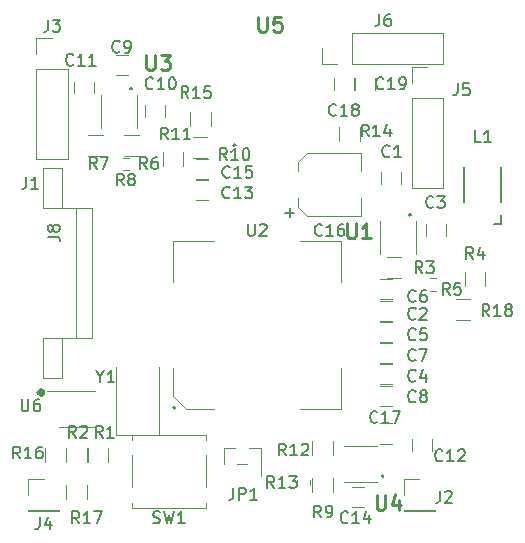
<source format=gto>
G04 #@! TF.GenerationSoftware,KiCad,Pcbnew,(5.1.4)-1*
G04 #@! TF.CreationDate,2019-08-25T20:49:14+02:00*
G04 #@! TF.ProjectId,ToF_camera_VGA,546f465f-6361-46d6-9572-615f5647412e,rev?*
G04 #@! TF.SameCoordinates,Original*
G04 #@! TF.FileFunction,Legend,Top*
G04 #@! TF.FilePolarity,Positive*
%FSLAX46Y46*%
G04 Gerber Fmt 4.6, Leading zero omitted, Abs format (unit mm)*
G04 Created by KiCad (PCBNEW (5.1.4)-1) date 2019-08-25 20:49:14*
%MOMM*%
%LPD*%
G04 APERTURE LIST*
%ADD10C,0.120000*%
%ADD11C,0.400000*%
%ADD12C,0.150000*%
%ADD13C,0.200000*%
%ADD14C,0.100000*%
%ADD15C,0.254000*%
G04 APERTURE END LIST*
D10*
X102910000Y-118035000D02*
X99910000Y-118035000D01*
X102910000Y-115035000D02*
X98910000Y-115035000D01*
D11*
X98541605Y-115138000D02*
G75*
G03X98541605Y-115138000I-179605J0D01*
G01*
D10*
X127680000Y-103690000D02*
X128880000Y-103690000D01*
X128880000Y-105450000D02*
X127680000Y-105450000D01*
X134710000Y-108980000D02*
X133510000Y-108980000D01*
X133510000Y-107220000D02*
X134710000Y-107220000D01*
X104750000Y-112950000D02*
X104750000Y-118700000D01*
X104750000Y-118700000D02*
X108350000Y-118700000D01*
X108350000Y-118700000D02*
X108350000Y-112950000D01*
X125470000Y-100170000D02*
X125470000Y-98620000D01*
X125470000Y-94830000D02*
X125470000Y-96380000D01*
X120130000Y-99410000D02*
X120130000Y-98620000D01*
X120130000Y-95590000D02*
X120130000Y-96380000D01*
X125470000Y-94830000D02*
X120890000Y-94830000D01*
X120890000Y-94830000D02*
X120130000Y-95590000D01*
X120130000Y-99410000D02*
X120890000Y-100170000D01*
X120890000Y-100170000D02*
X125470000Y-100170000D01*
D12*
X137350000Y-100850000D02*
X136700000Y-100850000D01*
X137350000Y-100100000D02*
X137350000Y-100850000D01*
X137350000Y-96000000D02*
X137350000Y-99000000D01*
X134150000Y-99000000D02*
X134150000Y-96000000D01*
D10*
X104700000Y-88250000D02*
X105700000Y-88250000D01*
X105700000Y-86550000D02*
X104700000Y-86550000D01*
D13*
X114650000Y-94200000D02*
X114650000Y-94200000D01*
X114850000Y-94200000D02*
X114850000Y-94200000D01*
X114850000Y-94200000D02*
G75*
G03X114650000Y-94200000I-100000J0D01*
G01*
X114650000Y-94200000D02*
G75*
G03X114850000Y-94200000I100000J0D01*
G01*
D10*
X129750000Y-119100000D02*
X129750000Y-120100000D01*
X131450000Y-120100000D02*
X131450000Y-119100000D01*
X132410000Y-87330000D02*
X132410000Y-84670000D01*
X124730000Y-87330000D02*
X132410000Y-87330000D01*
X124730000Y-84670000D02*
X132410000Y-84670000D01*
X124730000Y-87330000D02*
X124730000Y-84670000D01*
X123460000Y-87330000D02*
X122130000Y-87330000D01*
X122130000Y-87330000D02*
X122130000Y-86000000D01*
X129750000Y-97850000D02*
X132410000Y-97850000D01*
X129750000Y-90170000D02*
X129750000Y-97850000D01*
X132410000Y-90170000D02*
X132410000Y-97850000D01*
X129750000Y-90170000D02*
X132410000Y-90170000D01*
X129750000Y-88900000D02*
X129750000Y-87570000D01*
X129750000Y-87570000D02*
X131080000Y-87570000D01*
X102280000Y-122950000D02*
X102280000Y-124150000D01*
X100520000Y-124150000D02*
X100520000Y-122950000D01*
X97270000Y-125130000D02*
X99930000Y-125130000D01*
X97270000Y-125070000D02*
X97270000Y-125130000D01*
X99930000Y-125070000D02*
X99930000Y-125130000D01*
X97270000Y-125070000D02*
X99930000Y-125070000D01*
X97270000Y-123800000D02*
X97270000Y-122470000D01*
X97270000Y-122470000D02*
X98600000Y-122470000D01*
X97980000Y-95400000D02*
X100640000Y-95400000D01*
X97980000Y-87720000D02*
X97980000Y-95400000D01*
X100640000Y-87720000D02*
X100640000Y-95400000D01*
X97980000Y-87720000D02*
X100640000Y-87720000D01*
X97980000Y-86450000D02*
X97980000Y-85120000D01*
X97980000Y-85120000D02*
X99310000Y-85120000D01*
X129070000Y-125130000D02*
X131730000Y-125130000D01*
X129070000Y-125070000D02*
X129070000Y-125130000D01*
X131730000Y-125070000D02*
X131730000Y-125130000D01*
X129070000Y-125070000D02*
X131730000Y-125070000D01*
X129070000Y-123800000D02*
X129070000Y-122470000D01*
X129070000Y-122470000D02*
X130400000Y-122470000D01*
X100190000Y-110500000D02*
X102680000Y-110500000D01*
X100190000Y-99500000D02*
X102680000Y-99500000D01*
X100190000Y-113885000D02*
X100190000Y-110500000D01*
X100190000Y-96115000D02*
X100190000Y-99500000D01*
X98530000Y-113885000D02*
X100190000Y-113885000D01*
X98530000Y-96115000D02*
X100190000Y-96115000D01*
X98530000Y-110500000D02*
X98530000Y-113885000D01*
X98530000Y-99500000D02*
X98530000Y-96115000D01*
X101320000Y-110500000D02*
X98530000Y-110500000D01*
X101320000Y-99500000D02*
X98530000Y-99500000D01*
X101320000Y-99500000D02*
X101320000Y-110500000D01*
X102680000Y-99500000D02*
X102680000Y-110500000D01*
D13*
X109760000Y-116430000D02*
G75*
G03X109760000Y-116430000I-100000J0D01*
G01*
D10*
X109540000Y-115430000D02*
X109540000Y-113050000D01*
X110660000Y-116550000D02*
X109540000Y-115430000D01*
X113040000Y-116550000D02*
X110660000Y-116550000D01*
X109540000Y-102310000D02*
X109540000Y-105810000D01*
X113040000Y-102310000D02*
X109540000Y-102310000D01*
X123780000Y-116550000D02*
X123780000Y-113050000D01*
X120280000Y-116550000D02*
X123780000Y-116550000D01*
X123780000Y-102310000D02*
X123780000Y-105810000D01*
X120280000Y-102310000D02*
X123780000Y-102310000D01*
X123780000Y-116550000D02*
X123780000Y-113050000D01*
X120280000Y-116550000D02*
X123780000Y-116550000D01*
X123780000Y-116550000D02*
X123780000Y-113050000D01*
X120280000Y-116550000D02*
X123780000Y-116550000D01*
X120070000Y-122500000D02*
X120070000Y-123000000D01*
X121130000Y-123000000D02*
X121130000Y-122500000D01*
X105300000Y-96330000D02*
X105800000Y-96330000D01*
X105800000Y-95270000D02*
X105300000Y-95270000D01*
X131800000Y-105470000D02*
X131300000Y-105470000D01*
X131300000Y-106530000D02*
X131800000Y-106530000D01*
X100480000Y-119850000D02*
X100480000Y-121050000D01*
X98720000Y-121050000D02*
X98720000Y-119850000D01*
X116960000Y-119830000D02*
X116960000Y-121220000D01*
X113840000Y-119830000D02*
X113840000Y-121220000D01*
X115840000Y-121220000D02*
X114960000Y-121220000D01*
X116960000Y-121220000D02*
X116960000Y-122215000D01*
X116960000Y-121220000D02*
X116960000Y-121220000D01*
X113840000Y-119830000D02*
X113840000Y-119830000D01*
X116960000Y-119830000D02*
X115960000Y-119830000D01*
X116840000Y-119830000D02*
X115960000Y-119830000D01*
X114840000Y-119830000D02*
X113840000Y-119830000D01*
D13*
X127300000Y-122300000D02*
G75*
G03X127300000Y-122100000I0J100000D01*
G01*
X127300000Y-122100000D02*
G75*
G03X127300000Y-122300000I0J-100000D01*
G01*
X127300000Y-122100000D02*
X127300000Y-122100000D01*
X127300000Y-122300000D02*
X127300000Y-122300000D01*
D14*
X126800000Y-119700000D02*
X124000000Y-119700000D01*
X126800000Y-122700000D02*
X124000000Y-122700000D01*
X106490000Y-89910000D02*
X106490000Y-92710000D01*
X103490000Y-89910000D02*
X103490000Y-92710000D01*
D13*
X106090000Y-89410000D02*
X106090000Y-89410000D01*
X105890000Y-89410000D02*
X105890000Y-89410000D01*
X105890000Y-89410000D02*
G75*
G03X106090000Y-89410000I100000J0D01*
G01*
X106090000Y-89410000D02*
G75*
G03X105890000Y-89410000I-100000J0D01*
G01*
D14*
X130100000Y-100600000D02*
X130100000Y-103400000D01*
X127100000Y-100600000D02*
X127100000Y-103400000D01*
D13*
X129700000Y-100100000D02*
X129700000Y-100100000D01*
X129500000Y-100100000D02*
X129500000Y-100100000D01*
X129500000Y-100100000D02*
G75*
G03X129700000Y-100100000I100000J0D01*
G01*
X129700000Y-100100000D02*
G75*
G03X129500000Y-100100000I-100000J0D01*
G01*
D10*
X106050000Y-124450000D02*
X106050000Y-124900000D01*
X106050000Y-124900000D02*
X112350000Y-124900000D01*
X112350000Y-124900000D02*
X112350000Y-124500000D01*
X106050000Y-123150000D02*
X106050000Y-120450000D01*
X112350000Y-120450000D02*
X112350000Y-123150000D01*
X106050000Y-118700000D02*
X112350000Y-118700000D01*
X112350000Y-118700000D02*
X112350000Y-119150000D01*
X106050000Y-119150000D02*
X106050000Y-118700000D01*
X111000000Y-92550000D02*
X111000000Y-91350000D01*
X112760000Y-91350000D02*
X112760000Y-92550000D01*
X125380000Y-92670000D02*
X125380000Y-93870000D01*
X123620000Y-93870000D02*
X123620000Y-92670000D01*
X121320000Y-120450000D02*
X121320000Y-119250000D01*
X123080000Y-119250000D02*
X123080000Y-120450000D01*
X108670000Y-95970000D02*
X108670000Y-94770000D01*
X110430000Y-94770000D02*
X110430000Y-95970000D01*
X112450000Y-95280000D02*
X111250000Y-95280000D01*
X111250000Y-93520000D02*
X112450000Y-93520000D01*
X121320000Y-123550000D02*
X121320000Y-122350000D01*
X123080000Y-122350000D02*
X123080000Y-123550000D01*
X102390000Y-93350000D02*
X103590000Y-93350000D01*
X103590000Y-95110000D02*
X102390000Y-95110000D01*
X105440000Y-93350000D02*
X106640000Y-93350000D01*
X106640000Y-95110000D02*
X105440000Y-95110000D01*
X134240000Y-106090000D02*
X134240000Y-104890000D01*
X136000000Y-104890000D02*
X136000000Y-106090000D01*
X102280000Y-119850000D02*
X102280000Y-121050000D01*
X100520000Y-121050000D02*
X100520000Y-119850000D01*
X104080000Y-119850000D02*
X104080000Y-121050000D01*
X102320000Y-121050000D02*
X102320000Y-119850000D01*
X124950000Y-88500000D02*
X124950000Y-89500000D01*
X126650000Y-89500000D02*
X126650000Y-88500000D01*
X123150000Y-88500000D02*
X123150000Y-89500000D01*
X124850000Y-89500000D02*
X124850000Y-88500000D01*
X127100000Y-119450000D02*
X128100000Y-119450000D01*
X128100000Y-117750000D02*
X127100000Y-117750000D01*
X112500000Y-95350000D02*
X111500000Y-95350000D01*
X111500000Y-97050000D02*
X112500000Y-97050000D01*
X124700000Y-124850000D02*
X125700000Y-124850000D01*
X125700000Y-123150000D02*
X124700000Y-123150000D01*
X111500000Y-98850000D02*
X112500000Y-98850000D01*
X112500000Y-97150000D02*
X111500000Y-97150000D01*
X101140000Y-88810000D02*
X101140000Y-89810000D01*
X102840000Y-89810000D02*
X102840000Y-88810000D01*
X107140000Y-90810000D02*
X107140000Y-91810000D01*
X108840000Y-91810000D02*
X108840000Y-90810000D01*
X128100000Y-114550000D02*
X127100000Y-114550000D01*
X127100000Y-116250000D02*
X128100000Y-116250000D01*
X128100000Y-110950000D02*
X127100000Y-110950000D01*
X127100000Y-112650000D02*
X128100000Y-112650000D01*
X128100000Y-105550000D02*
X127100000Y-105550000D01*
X127100000Y-107250000D02*
X128100000Y-107250000D01*
X128100000Y-109150000D02*
X127100000Y-109150000D01*
X127100000Y-110850000D02*
X128100000Y-110850000D01*
X128100000Y-112750000D02*
X127100000Y-112750000D01*
X127100000Y-114450000D02*
X128100000Y-114450000D01*
X130950000Y-100900000D02*
X130950000Y-101900000D01*
X132650000Y-101900000D02*
X132650000Y-100900000D01*
X128100000Y-107350000D02*
X127100000Y-107350000D01*
X127100000Y-109050000D02*
X128100000Y-109050000D01*
X127150000Y-96500000D02*
X127150000Y-97500000D01*
X128850000Y-97500000D02*
X128850000Y-96500000D01*
D12*
X96738095Y-115702380D02*
X96738095Y-116511904D01*
X96785714Y-116607142D01*
X96833333Y-116654761D01*
X96928571Y-116702380D01*
X97119047Y-116702380D01*
X97214285Y-116654761D01*
X97261904Y-116607142D01*
X97309523Y-116511904D01*
X97309523Y-115702380D01*
X98214285Y-115702380D02*
X98023809Y-115702380D01*
X97928571Y-115750000D01*
X97880952Y-115797619D01*
X97785714Y-115940476D01*
X97738095Y-116130952D01*
X97738095Y-116511904D01*
X97785714Y-116607142D01*
X97833333Y-116654761D01*
X97928571Y-116702380D01*
X98119047Y-116702380D01*
X98214285Y-116654761D01*
X98261904Y-116607142D01*
X98309523Y-116511904D01*
X98309523Y-116273809D01*
X98261904Y-116178571D01*
X98214285Y-116130952D01*
X98119047Y-116083333D01*
X97928571Y-116083333D01*
X97833333Y-116130952D01*
X97785714Y-116178571D01*
X97738095Y-116273809D01*
X130663333Y-105022380D02*
X130330000Y-104546190D01*
X130091904Y-105022380D02*
X130091904Y-104022380D01*
X130472857Y-104022380D01*
X130568095Y-104070000D01*
X130615714Y-104117619D01*
X130663333Y-104212857D01*
X130663333Y-104355714D01*
X130615714Y-104450952D01*
X130568095Y-104498571D01*
X130472857Y-104546190D01*
X130091904Y-104546190D01*
X130996666Y-104022380D02*
X131615714Y-104022380D01*
X131282380Y-104403333D01*
X131425238Y-104403333D01*
X131520476Y-104450952D01*
X131568095Y-104498571D01*
X131615714Y-104593809D01*
X131615714Y-104831904D01*
X131568095Y-104927142D01*
X131520476Y-104974761D01*
X131425238Y-105022380D01*
X131139523Y-105022380D01*
X131044285Y-104974761D01*
X130996666Y-104927142D01*
X136337142Y-108672380D02*
X136003809Y-108196190D01*
X135765714Y-108672380D02*
X135765714Y-107672380D01*
X136146666Y-107672380D01*
X136241904Y-107720000D01*
X136289523Y-107767619D01*
X136337142Y-107862857D01*
X136337142Y-108005714D01*
X136289523Y-108100952D01*
X136241904Y-108148571D01*
X136146666Y-108196190D01*
X135765714Y-108196190D01*
X137289523Y-108672380D02*
X136718095Y-108672380D01*
X137003809Y-108672380D02*
X137003809Y-107672380D01*
X136908571Y-107815238D01*
X136813333Y-107910476D01*
X136718095Y-107958095D01*
X137860952Y-108100952D02*
X137765714Y-108053333D01*
X137718095Y-108005714D01*
X137670476Y-107910476D01*
X137670476Y-107862857D01*
X137718095Y-107767619D01*
X137765714Y-107720000D01*
X137860952Y-107672380D01*
X138051428Y-107672380D01*
X138146666Y-107720000D01*
X138194285Y-107767619D01*
X138241904Y-107862857D01*
X138241904Y-107910476D01*
X138194285Y-108005714D01*
X138146666Y-108053333D01*
X138051428Y-108100952D01*
X137860952Y-108100952D01*
X137765714Y-108148571D01*
X137718095Y-108196190D01*
X137670476Y-108291428D01*
X137670476Y-108481904D01*
X137718095Y-108577142D01*
X137765714Y-108624761D01*
X137860952Y-108672380D01*
X138051428Y-108672380D01*
X138146666Y-108624761D01*
X138194285Y-108577142D01*
X138241904Y-108481904D01*
X138241904Y-108291428D01*
X138194285Y-108196190D01*
X138146666Y-108148571D01*
X138051428Y-108100952D01*
X103403809Y-113776190D02*
X103403809Y-114252380D01*
X103070476Y-113252380D02*
X103403809Y-113776190D01*
X103737142Y-113252380D01*
X104594285Y-114252380D02*
X104022857Y-114252380D01*
X104308571Y-114252380D02*
X104308571Y-113252380D01*
X104213333Y-113395238D01*
X104118095Y-113490476D01*
X104022857Y-113538095D01*
X122157142Y-101777142D02*
X122109523Y-101824761D01*
X121966666Y-101872380D01*
X121871428Y-101872380D01*
X121728571Y-101824761D01*
X121633333Y-101729523D01*
X121585714Y-101634285D01*
X121538095Y-101443809D01*
X121538095Y-101300952D01*
X121585714Y-101110476D01*
X121633333Y-101015238D01*
X121728571Y-100920000D01*
X121871428Y-100872380D01*
X121966666Y-100872380D01*
X122109523Y-100920000D01*
X122157142Y-100967619D01*
X123109523Y-101872380D02*
X122538095Y-101872380D01*
X122823809Y-101872380D02*
X122823809Y-100872380D01*
X122728571Y-101015238D01*
X122633333Y-101110476D01*
X122538095Y-101158095D01*
X123966666Y-100872380D02*
X123776190Y-100872380D01*
X123680952Y-100920000D01*
X123633333Y-100967619D01*
X123538095Y-101110476D01*
X123490476Y-101300952D01*
X123490476Y-101681904D01*
X123538095Y-101777142D01*
X123585714Y-101824761D01*
X123680952Y-101872380D01*
X123871428Y-101872380D01*
X123966666Y-101824761D01*
X124014285Y-101777142D01*
X124061904Y-101681904D01*
X124061904Y-101443809D01*
X124014285Y-101348571D01*
X123966666Y-101300952D01*
X123871428Y-101253333D01*
X123680952Y-101253333D01*
X123585714Y-101300952D01*
X123538095Y-101348571D01*
X123490476Y-101443809D01*
X119039047Y-99921428D02*
X119800952Y-99921428D01*
X119420000Y-100302380D02*
X119420000Y-99540476D01*
X135613333Y-93932380D02*
X135137142Y-93932380D01*
X135137142Y-92932380D01*
X136470476Y-93932380D02*
X135899047Y-93932380D01*
X136184761Y-93932380D02*
X136184761Y-92932380D01*
X136089523Y-93075238D01*
X135994285Y-93170476D01*
X135899047Y-93218095D01*
X105033333Y-86257142D02*
X104985714Y-86304761D01*
X104842857Y-86352380D01*
X104747619Y-86352380D01*
X104604761Y-86304761D01*
X104509523Y-86209523D01*
X104461904Y-86114285D01*
X104414285Y-85923809D01*
X104414285Y-85780952D01*
X104461904Y-85590476D01*
X104509523Y-85495238D01*
X104604761Y-85400000D01*
X104747619Y-85352380D01*
X104842857Y-85352380D01*
X104985714Y-85400000D01*
X105033333Y-85447619D01*
X105509523Y-86352380D02*
X105700000Y-86352380D01*
X105795238Y-86304761D01*
X105842857Y-86257142D01*
X105938095Y-86114285D01*
X105985714Y-85923809D01*
X105985714Y-85542857D01*
X105938095Y-85447619D01*
X105890476Y-85400000D01*
X105795238Y-85352380D01*
X105604761Y-85352380D01*
X105509523Y-85400000D01*
X105461904Y-85447619D01*
X105414285Y-85542857D01*
X105414285Y-85780952D01*
X105461904Y-85876190D01*
X105509523Y-85923809D01*
X105604761Y-85971428D01*
X105795238Y-85971428D01*
X105890476Y-85923809D01*
X105938095Y-85876190D01*
X105985714Y-85780952D01*
D15*
X116782380Y-83304523D02*
X116782380Y-84332619D01*
X116842857Y-84453571D01*
X116903333Y-84514047D01*
X117024285Y-84574523D01*
X117266190Y-84574523D01*
X117387142Y-84514047D01*
X117447619Y-84453571D01*
X117508095Y-84332619D01*
X117508095Y-83304523D01*
X118717619Y-83304523D02*
X118112857Y-83304523D01*
X118052380Y-83909285D01*
X118112857Y-83848809D01*
X118233809Y-83788333D01*
X118536190Y-83788333D01*
X118657142Y-83848809D01*
X118717619Y-83909285D01*
X118778095Y-84030238D01*
X118778095Y-84332619D01*
X118717619Y-84453571D01*
X118657142Y-84514047D01*
X118536190Y-84574523D01*
X118233809Y-84574523D01*
X118112857Y-84514047D01*
X118052380Y-84453571D01*
D12*
X132357142Y-120857142D02*
X132309523Y-120904761D01*
X132166666Y-120952380D01*
X132071428Y-120952380D01*
X131928571Y-120904761D01*
X131833333Y-120809523D01*
X131785714Y-120714285D01*
X131738095Y-120523809D01*
X131738095Y-120380952D01*
X131785714Y-120190476D01*
X131833333Y-120095238D01*
X131928571Y-120000000D01*
X132071428Y-119952380D01*
X132166666Y-119952380D01*
X132309523Y-120000000D01*
X132357142Y-120047619D01*
X133309523Y-120952380D02*
X132738095Y-120952380D01*
X133023809Y-120952380D02*
X133023809Y-119952380D01*
X132928571Y-120095238D01*
X132833333Y-120190476D01*
X132738095Y-120238095D01*
X133690476Y-120047619D02*
X133738095Y-120000000D01*
X133833333Y-119952380D01*
X134071428Y-119952380D01*
X134166666Y-120000000D01*
X134214285Y-120047619D01*
X134261904Y-120142857D01*
X134261904Y-120238095D01*
X134214285Y-120380952D01*
X133642857Y-120952380D01*
X134261904Y-120952380D01*
X127016666Y-83092380D02*
X127016666Y-83806666D01*
X126969047Y-83949523D01*
X126873809Y-84044761D01*
X126730952Y-84092380D01*
X126635714Y-84092380D01*
X127921428Y-83092380D02*
X127730952Y-83092380D01*
X127635714Y-83140000D01*
X127588095Y-83187619D01*
X127492857Y-83330476D01*
X127445238Y-83520952D01*
X127445238Y-83901904D01*
X127492857Y-83997142D01*
X127540476Y-84044761D01*
X127635714Y-84092380D01*
X127826190Y-84092380D01*
X127921428Y-84044761D01*
X127969047Y-83997142D01*
X128016666Y-83901904D01*
X128016666Y-83663809D01*
X127969047Y-83568571D01*
X127921428Y-83520952D01*
X127826190Y-83473333D01*
X127635714Y-83473333D01*
X127540476Y-83520952D01*
X127492857Y-83568571D01*
X127445238Y-83663809D01*
X133666666Y-88952380D02*
X133666666Y-89666666D01*
X133619047Y-89809523D01*
X133523809Y-89904761D01*
X133380952Y-89952380D01*
X133285714Y-89952380D01*
X134619047Y-88952380D02*
X134142857Y-88952380D01*
X134095238Y-89428571D01*
X134142857Y-89380952D01*
X134238095Y-89333333D01*
X134476190Y-89333333D01*
X134571428Y-89380952D01*
X134619047Y-89428571D01*
X134666666Y-89523809D01*
X134666666Y-89761904D01*
X134619047Y-89857142D01*
X134571428Y-89904761D01*
X134476190Y-89952380D01*
X134238095Y-89952380D01*
X134142857Y-89904761D01*
X134095238Y-89857142D01*
X101607142Y-126202380D02*
X101273809Y-125726190D01*
X101035714Y-126202380D02*
X101035714Y-125202380D01*
X101416666Y-125202380D01*
X101511904Y-125250000D01*
X101559523Y-125297619D01*
X101607142Y-125392857D01*
X101607142Y-125535714D01*
X101559523Y-125630952D01*
X101511904Y-125678571D01*
X101416666Y-125726190D01*
X101035714Y-125726190D01*
X102559523Y-126202380D02*
X101988095Y-126202380D01*
X102273809Y-126202380D02*
X102273809Y-125202380D01*
X102178571Y-125345238D01*
X102083333Y-125440476D01*
X101988095Y-125488095D01*
X102892857Y-125202380D02*
X103559523Y-125202380D01*
X103130952Y-126202380D01*
X98266666Y-125702380D02*
X98266666Y-126416666D01*
X98219047Y-126559523D01*
X98123809Y-126654761D01*
X97980952Y-126702380D01*
X97885714Y-126702380D01*
X99171428Y-126035714D02*
X99171428Y-126702380D01*
X98933333Y-125654761D02*
X98695238Y-126369047D01*
X99314285Y-126369047D01*
X98976666Y-83572380D02*
X98976666Y-84286666D01*
X98929047Y-84429523D01*
X98833809Y-84524761D01*
X98690952Y-84572380D01*
X98595714Y-84572380D01*
X99357619Y-83572380D02*
X99976666Y-83572380D01*
X99643333Y-83953333D01*
X99786190Y-83953333D01*
X99881428Y-84000952D01*
X99929047Y-84048571D01*
X99976666Y-84143809D01*
X99976666Y-84381904D01*
X99929047Y-84477142D01*
X99881428Y-84524761D01*
X99786190Y-84572380D01*
X99500476Y-84572380D01*
X99405238Y-84524761D01*
X99357619Y-84477142D01*
X132166666Y-123452380D02*
X132166666Y-124166666D01*
X132119047Y-124309523D01*
X132023809Y-124404761D01*
X131880952Y-124452380D01*
X131785714Y-124452380D01*
X132595238Y-123547619D02*
X132642857Y-123500000D01*
X132738095Y-123452380D01*
X132976190Y-123452380D01*
X133071428Y-123500000D01*
X133119047Y-123547619D01*
X133166666Y-123642857D01*
X133166666Y-123738095D01*
X133119047Y-123880952D01*
X132547619Y-124452380D01*
X133166666Y-124452380D01*
X98952380Y-101933333D02*
X99666666Y-101933333D01*
X99809523Y-101980952D01*
X99904761Y-102076190D01*
X99952380Y-102219047D01*
X99952380Y-102314285D01*
X99380952Y-101314285D02*
X99333333Y-101409523D01*
X99285714Y-101457142D01*
X99190476Y-101504761D01*
X99142857Y-101504761D01*
X99047619Y-101457142D01*
X99000000Y-101409523D01*
X98952380Y-101314285D01*
X98952380Y-101123809D01*
X99000000Y-101028571D01*
X99047619Y-100980952D01*
X99142857Y-100933333D01*
X99190476Y-100933333D01*
X99285714Y-100980952D01*
X99333333Y-101028571D01*
X99380952Y-101123809D01*
X99380952Y-101314285D01*
X99428571Y-101409523D01*
X99476190Y-101457142D01*
X99571428Y-101504761D01*
X99761904Y-101504761D01*
X99857142Y-101457142D01*
X99904761Y-101409523D01*
X99952380Y-101314285D01*
X99952380Y-101123809D01*
X99904761Y-101028571D01*
X99857142Y-100980952D01*
X99761904Y-100933333D01*
X99571428Y-100933333D01*
X99476190Y-100980952D01*
X99428571Y-101028571D01*
X99380952Y-101123809D01*
X97136666Y-96862380D02*
X97136666Y-97576666D01*
X97089047Y-97719523D01*
X96993809Y-97814761D01*
X96850952Y-97862380D01*
X96755714Y-97862380D01*
X98136666Y-97862380D02*
X97565238Y-97862380D01*
X97850952Y-97862380D02*
X97850952Y-96862380D01*
X97755714Y-97005238D01*
X97660476Y-97100476D01*
X97565238Y-97148095D01*
X115898095Y-100882380D02*
X115898095Y-101691904D01*
X115945714Y-101787142D01*
X115993333Y-101834761D01*
X116088571Y-101882380D01*
X116279047Y-101882380D01*
X116374285Y-101834761D01*
X116421904Y-101787142D01*
X116469523Y-101691904D01*
X116469523Y-100882380D01*
X116898095Y-100977619D02*
X116945714Y-100930000D01*
X117040952Y-100882380D01*
X117279047Y-100882380D01*
X117374285Y-100930000D01*
X117421904Y-100977619D01*
X117469523Y-101072857D01*
X117469523Y-101168095D01*
X117421904Y-101310952D01*
X116850476Y-101882380D01*
X117469523Y-101882380D01*
X118107142Y-123202380D02*
X117773809Y-122726190D01*
X117535714Y-123202380D02*
X117535714Y-122202380D01*
X117916666Y-122202380D01*
X118011904Y-122250000D01*
X118059523Y-122297619D01*
X118107142Y-122392857D01*
X118107142Y-122535714D01*
X118059523Y-122630952D01*
X118011904Y-122678571D01*
X117916666Y-122726190D01*
X117535714Y-122726190D01*
X119059523Y-123202380D02*
X118488095Y-123202380D01*
X118773809Y-123202380D02*
X118773809Y-122202380D01*
X118678571Y-122345238D01*
X118583333Y-122440476D01*
X118488095Y-122488095D01*
X119392857Y-122202380D02*
X120011904Y-122202380D01*
X119678571Y-122583333D01*
X119821428Y-122583333D01*
X119916666Y-122630952D01*
X119964285Y-122678571D01*
X120011904Y-122773809D01*
X120011904Y-123011904D01*
X119964285Y-123107142D01*
X119916666Y-123154761D01*
X119821428Y-123202380D01*
X119535714Y-123202380D01*
X119440476Y-123154761D01*
X119392857Y-123107142D01*
X105383333Y-97602380D02*
X105050000Y-97126190D01*
X104811904Y-97602380D02*
X104811904Y-96602380D01*
X105192857Y-96602380D01*
X105288095Y-96650000D01*
X105335714Y-96697619D01*
X105383333Y-96792857D01*
X105383333Y-96935714D01*
X105335714Y-97030952D01*
X105288095Y-97078571D01*
X105192857Y-97126190D01*
X104811904Y-97126190D01*
X105954761Y-97030952D02*
X105859523Y-96983333D01*
X105811904Y-96935714D01*
X105764285Y-96840476D01*
X105764285Y-96792857D01*
X105811904Y-96697619D01*
X105859523Y-96650000D01*
X105954761Y-96602380D01*
X106145238Y-96602380D01*
X106240476Y-96650000D01*
X106288095Y-96697619D01*
X106335714Y-96792857D01*
X106335714Y-96840476D01*
X106288095Y-96935714D01*
X106240476Y-96983333D01*
X106145238Y-97030952D01*
X105954761Y-97030952D01*
X105859523Y-97078571D01*
X105811904Y-97126190D01*
X105764285Y-97221428D01*
X105764285Y-97411904D01*
X105811904Y-97507142D01*
X105859523Y-97554761D01*
X105954761Y-97602380D01*
X106145238Y-97602380D01*
X106240476Y-97554761D01*
X106288095Y-97507142D01*
X106335714Y-97411904D01*
X106335714Y-97221428D01*
X106288095Y-97126190D01*
X106240476Y-97078571D01*
X106145238Y-97030952D01*
X132963333Y-106852380D02*
X132630000Y-106376190D01*
X132391904Y-106852380D02*
X132391904Y-105852380D01*
X132772857Y-105852380D01*
X132868095Y-105900000D01*
X132915714Y-105947619D01*
X132963333Y-106042857D01*
X132963333Y-106185714D01*
X132915714Y-106280952D01*
X132868095Y-106328571D01*
X132772857Y-106376190D01*
X132391904Y-106376190D01*
X133868095Y-105852380D02*
X133391904Y-105852380D01*
X133344285Y-106328571D01*
X133391904Y-106280952D01*
X133487142Y-106233333D01*
X133725238Y-106233333D01*
X133820476Y-106280952D01*
X133868095Y-106328571D01*
X133915714Y-106423809D01*
X133915714Y-106661904D01*
X133868095Y-106757142D01*
X133820476Y-106804761D01*
X133725238Y-106852380D01*
X133487142Y-106852380D01*
X133391904Y-106804761D01*
X133344285Y-106757142D01*
X96607142Y-120702380D02*
X96273809Y-120226190D01*
X96035714Y-120702380D02*
X96035714Y-119702380D01*
X96416666Y-119702380D01*
X96511904Y-119750000D01*
X96559523Y-119797619D01*
X96607142Y-119892857D01*
X96607142Y-120035714D01*
X96559523Y-120130952D01*
X96511904Y-120178571D01*
X96416666Y-120226190D01*
X96035714Y-120226190D01*
X97559523Y-120702380D02*
X96988095Y-120702380D01*
X97273809Y-120702380D02*
X97273809Y-119702380D01*
X97178571Y-119845238D01*
X97083333Y-119940476D01*
X96988095Y-119988095D01*
X98416666Y-119702380D02*
X98226190Y-119702380D01*
X98130952Y-119750000D01*
X98083333Y-119797619D01*
X97988095Y-119940476D01*
X97940476Y-120130952D01*
X97940476Y-120511904D01*
X97988095Y-120607142D01*
X98035714Y-120654761D01*
X98130952Y-120702380D01*
X98321428Y-120702380D01*
X98416666Y-120654761D01*
X98464285Y-120607142D01*
X98511904Y-120511904D01*
X98511904Y-120273809D01*
X98464285Y-120178571D01*
X98416666Y-120130952D01*
X98321428Y-120083333D01*
X98130952Y-120083333D01*
X98035714Y-120130952D01*
X97988095Y-120178571D01*
X97940476Y-120273809D01*
X114666666Y-123202380D02*
X114666666Y-123916666D01*
X114619047Y-124059523D01*
X114523809Y-124154761D01*
X114380952Y-124202380D01*
X114285714Y-124202380D01*
X115142857Y-124202380D02*
X115142857Y-123202380D01*
X115523809Y-123202380D01*
X115619047Y-123250000D01*
X115666666Y-123297619D01*
X115714285Y-123392857D01*
X115714285Y-123535714D01*
X115666666Y-123630952D01*
X115619047Y-123678571D01*
X115523809Y-123726190D01*
X115142857Y-123726190D01*
X116666666Y-124202380D02*
X116095238Y-124202380D01*
X116380952Y-124202380D02*
X116380952Y-123202380D01*
X116285714Y-123345238D01*
X116190476Y-123440476D01*
X116095238Y-123488095D01*
D15*
X126782380Y-123804523D02*
X126782380Y-124832619D01*
X126842857Y-124953571D01*
X126903333Y-125014047D01*
X127024285Y-125074523D01*
X127266190Y-125074523D01*
X127387142Y-125014047D01*
X127447619Y-124953571D01*
X127508095Y-124832619D01*
X127508095Y-123804523D01*
X128657142Y-124227857D02*
X128657142Y-125074523D01*
X128354761Y-123744047D02*
X128052380Y-124651190D01*
X128838571Y-124651190D01*
X107282380Y-86554523D02*
X107282380Y-87582619D01*
X107342857Y-87703571D01*
X107403333Y-87764047D01*
X107524285Y-87824523D01*
X107766190Y-87824523D01*
X107887142Y-87764047D01*
X107947619Y-87703571D01*
X108008095Y-87582619D01*
X108008095Y-86554523D01*
X108491904Y-86554523D02*
X109278095Y-86554523D01*
X108854761Y-87038333D01*
X109036190Y-87038333D01*
X109157142Y-87098809D01*
X109217619Y-87159285D01*
X109278095Y-87280238D01*
X109278095Y-87582619D01*
X109217619Y-87703571D01*
X109157142Y-87764047D01*
X109036190Y-87824523D01*
X108673333Y-87824523D01*
X108552380Y-87764047D01*
X108491904Y-87703571D01*
X124282380Y-100804523D02*
X124282380Y-101832619D01*
X124342857Y-101953571D01*
X124403333Y-102014047D01*
X124524285Y-102074523D01*
X124766190Y-102074523D01*
X124887142Y-102014047D01*
X124947619Y-101953571D01*
X125008095Y-101832619D01*
X125008095Y-100804523D01*
X126278095Y-102074523D02*
X125552380Y-102074523D01*
X125915238Y-102074523D02*
X125915238Y-100804523D01*
X125794285Y-100985952D01*
X125673333Y-101106904D01*
X125552380Y-101167380D01*
D12*
X107866666Y-126154761D02*
X108009523Y-126202380D01*
X108247619Y-126202380D01*
X108342857Y-126154761D01*
X108390476Y-126107142D01*
X108438095Y-126011904D01*
X108438095Y-125916666D01*
X108390476Y-125821428D01*
X108342857Y-125773809D01*
X108247619Y-125726190D01*
X108057142Y-125678571D01*
X107961904Y-125630952D01*
X107914285Y-125583333D01*
X107866666Y-125488095D01*
X107866666Y-125392857D01*
X107914285Y-125297619D01*
X107961904Y-125250000D01*
X108057142Y-125202380D01*
X108295238Y-125202380D01*
X108438095Y-125250000D01*
X108771428Y-125202380D02*
X109009523Y-126202380D01*
X109200000Y-125488095D01*
X109390476Y-126202380D01*
X109628571Y-125202380D01*
X110533333Y-126202380D02*
X109961904Y-126202380D01*
X110247619Y-126202380D02*
X110247619Y-125202380D01*
X110152380Y-125345238D01*
X110057142Y-125440476D01*
X109961904Y-125488095D01*
X110857142Y-90202380D02*
X110523809Y-89726190D01*
X110285714Y-90202380D02*
X110285714Y-89202380D01*
X110666666Y-89202380D01*
X110761904Y-89250000D01*
X110809523Y-89297619D01*
X110857142Y-89392857D01*
X110857142Y-89535714D01*
X110809523Y-89630952D01*
X110761904Y-89678571D01*
X110666666Y-89726190D01*
X110285714Y-89726190D01*
X111809523Y-90202380D02*
X111238095Y-90202380D01*
X111523809Y-90202380D02*
X111523809Y-89202380D01*
X111428571Y-89345238D01*
X111333333Y-89440476D01*
X111238095Y-89488095D01*
X112714285Y-89202380D02*
X112238095Y-89202380D01*
X112190476Y-89678571D01*
X112238095Y-89630952D01*
X112333333Y-89583333D01*
X112571428Y-89583333D01*
X112666666Y-89630952D01*
X112714285Y-89678571D01*
X112761904Y-89773809D01*
X112761904Y-90011904D01*
X112714285Y-90107142D01*
X112666666Y-90154761D01*
X112571428Y-90202380D01*
X112333333Y-90202380D01*
X112238095Y-90154761D01*
X112190476Y-90107142D01*
X126107142Y-93452380D02*
X125773809Y-92976190D01*
X125535714Y-93452380D02*
X125535714Y-92452380D01*
X125916666Y-92452380D01*
X126011904Y-92500000D01*
X126059523Y-92547619D01*
X126107142Y-92642857D01*
X126107142Y-92785714D01*
X126059523Y-92880952D01*
X126011904Y-92928571D01*
X125916666Y-92976190D01*
X125535714Y-92976190D01*
X127059523Y-93452380D02*
X126488095Y-93452380D01*
X126773809Y-93452380D02*
X126773809Y-92452380D01*
X126678571Y-92595238D01*
X126583333Y-92690476D01*
X126488095Y-92738095D01*
X127916666Y-92785714D02*
X127916666Y-93452380D01*
X127678571Y-92404761D02*
X127440476Y-93119047D01*
X128059523Y-93119047D01*
X119107142Y-120452380D02*
X118773809Y-119976190D01*
X118535714Y-120452380D02*
X118535714Y-119452380D01*
X118916666Y-119452380D01*
X119011904Y-119500000D01*
X119059523Y-119547619D01*
X119107142Y-119642857D01*
X119107142Y-119785714D01*
X119059523Y-119880952D01*
X119011904Y-119928571D01*
X118916666Y-119976190D01*
X118535714Y-119976190D01*
X120059523Y-120452380D02*
X119488095Y-120452380D01*
X119773809Y-120452380D02*
X119773809Y-119452380D01*
X119678571Y-119595238D01*
X119583333Y-119690476D01*
X119488095Y-119738095D01*
X120440476Y-119547619D02*
X120488095Y-119500000D01*
X120583333Y-119452380D01*
X120821428Y-119452380D01*
X120916666Y-119500000D01*
X120964285Y-119547619D01*
X121011904Y-119642857D01*
X121011904Y-119738095D01*
X120964285Y-119880952D01*
X120392857Y-120452380D01*
X121011904Y-120452380D01*
X109107142Y-93702380D02*
X108773809Y-93226190D01*
X108535714Y-93702380D02*
X108535714Y-92702380D01*
X108916666Y-92702380D01*
X109011904Y-92750000D01*
X109059523Y-92797619D01*
X109107142Y-92892857D01*
X109107142Y-93035714D01*
X109059523Y-93130952D01*
X109011904Y-93178571D01*
X108916666Y-93226190D01*
X108535714Y-93226190D01*
X110059523Y-93702380D02*
X109488095Y-93702380D01*
X109773809Y-93702380D02*
X109773809Y-92702380D01*
X109678571Y-92845238D01*
X109583333Y-92940476D01*
X109488095Y-92988095D01*
X111011904Y-93702380D02*
X110440476Y-93702380D01*
X110726190Y-93702380D02*
X110726190Y-92702380D01*
X110630952Y-92845238D01*
X110535714Y-92940476D01*
X110440476Y-92988095D01*
X114107142Y-95452380D02*
X113773809Y-94976190D01*
X113535714Y-95452380D02*
X113535714Y-94452380D01*
X113916666Y-94452380D01*
X114011904Y-94500000D01*
X114059523Y-94547619D01*
X114107142Y-94642857D01*
X114107142Y-94785714D01*
X114059523Y-94880952D01*
X114011904Y-94928571D01*
X113916666Y-94976190D01*
X113535714Y-94976190D01*
X115059523Y-95452380D02*
X114488095Y-95452380D01*
X114773809Y-95452380D02*
X114773809Y-94452380D01*
X114678571Y-94595238D01*
X114583333Y-94690476D01*
X114488095Y-94738095D01*
X115678571Y-94452380D02*
X115773809Y-94452380D01*
X115869047Y-94500000D01*
X115916666Y-94547619D01*
X115964285Y-94642857D01*
X116011904Y-94833333D01*
X116011904Y-95071428D01*
X115964285Y-95261904D01*
X115916666Y-95357142D01*
X115869047Y-95404761D01*
X115773809Y-95452380D01*
X115678571Y-95452380D01*
X115583333Y-95404761D01*
X115535714Y-95357142D01*
X115488095Y-95261904D01*
X115440476Y-95071428D01*
X115440476Y-94833333D01*
X115488095Y-94642857D01*
X115535714Y-94547619D01*
X115583333Y-94500000D01*
X115678571Y-94452380D01*
X122083333Y-125702380D02*
X121750000Y-125226190D01*
X121511904Y-125702380D02*
X121511904Y-124702380D01*
X121892857Y-124702380D01*
X121988095Y-124750000D01*
X122035714Y-124797619D01*
X122083333Y-124892857D01*
X122083333Y-125035714D01*
X122035714Y-125130952D01*
X121988095Y-125178571D01*
X121892857Y-125226190D01*
X121511904Y-125226190D01*
X122559523Y-125702380D02*
X122750000Y-125702380D01*
X122845238Y-125654761D01*
X122892857Y-125607142D01*
X122988095Y-125464285D01*
X123035714Y-125273809D01*
X123035714Y-124892857D01*
X122988095Y-124797619D01*
X122940476Y-124750000D01*
X122845238Y-124702380D01*
X122654761Y-124702380D01*
X122559523Y-124750000D01*
X122511904Y-124797619D01*
X122464285Y-124892857D01*
X122464285Y-125130952D01*
X122511904Y-125226190D01*
X122559523Y-125273809D01*
X122654761Y-125321428D01*
X122845238Y-125321428D01*
X122940476Y-125273809D01*
X122988095Y-125226190D01*
X123035714Y-125130952D01*
X103083333Y-96202380D02*
X102750000Y-95726190D01*
X102511904Y-96202380D02*
X102511904Y-95202380D01*
X102892857Y-95202380D01*
X102988095Y-95250000D01*
X103035714Y-95297619D01*
X103083333Y-95392857D01*
X103083333Y-95535714D01*
X103035714Y-95630952D01*
X102988095Y-95678571D01*
X102892857Y-95726190D01*
X102511904Y-95726190D01*
X103416666Y-95202380D02*
X104083333Y-95202380D01*
X103654761Y-96202380D01*
X107333333Y-96202380D02*
X107000000Y-95726190D01*
X106761904Y-96202380D02*
X106761904Y-95202380D01*
X107142857Y-95202380D01*
X107238095Y-95250000D01*
X107285714Y-95297619D01*
X107333333Y-95392857D01*
X107333333Y-95535714D01*
X107285714Y-95630952D01*
X107238095Y-95678571D01*
X107142857Y-95726190D01*
X106761904Y-95726190D01*
X108190476Y-95202380D02*
X108000000Y-95202380D01*
X107904761Y-95250000D01*
X107857142Y-95297619D01*
X107761904Y-95440476D01*
X107714285Y-95630952D01*
X107714285Y-96011904D01*
X107761904Y-96107142D01*
X107809523Y-96154761D01*
X107904761Y-96202380D01*
X108095238Y-96202380D01*
X108190476Y-96154761D01*
X108238095Y-96107142D01*
X108285714Y-96011904D01*
X108285714Y-95773809D01*
X108238095Y-95678571D01*
X108190476Y-95630952D01*
X108095238Y-95583333D01*
X107904761Y-95583333D01*
X107809523Y-95630952D01*
X107761904Y-95678571D01*
X107714285Y-95773809D01*
X134963333Y-103832380D02*
X134630000Y-103356190D01*
X134391904Y-103832380D02*
X134391904Y-102832380D01*
X134772857Y-102832380D01*
X134868095Y-102880000D01*
X134915714Y-102927619D01*
X134963333Y-103022857D01*
X134963333Y-103165714D01*
X134915714Y-103260952D01*
X134868095Y-103308571D01*
X134772857Y-103356190D01*
X134391904Y-103356190D01*
X135820476Y-103165714D02*
X135820476Y-103832380D01*
X135582380Y-102784761D02*
X135344285Y-103499047D01*
X135963333Y-103499047D01*
X101333333Y-118952380D02*
X101000000Y-118476190D01*
X100761904Y-118952380D02*
X100761904Y-117952380D01*
X101142857Y-117952380D01*
X101238095Y-118000000D01*
X101285714Y-118047619D01*
X101333333Y-118142857D01*
X101333333Y-118285714D01*
X101285714Y-118380952D01*
X101238095Y-118428571D01*
X101142857Y-118476190D01*
X100761904Y-118476190D01*
X101714285Y-118047619D02*
X101761904Y-118000000D01*
X101857142Y-117952380D01*
X102095238Y-117952380D01*
X102190476Y-118000000D01*
X102238095Y-118047619D01*
X102285714Y-118142857D01*
X102285714Y-118238095D01*
X102238095Y-118380952D01*
X101666666Y-118952380D01*
X102285714Y-118952380D01*
X103583333Y-118952380D02*
X103250000Y-118476190D01*
X103011904Y-118952380D02*
X103011904Y-117952380D01*
X103392857Y-117952380D01*
X103488095Y-118000000D01*
X103535714Y-118047619D01*
X103583333Y-118142857D01*
X103583333Y-118285714D01*
X103535714Y-118380952D01*
X103488095Y-118428571D01*
X103392857Y-118476190D01*
X103011904Y-118476190D01*
X104535714Y-118952380D02*
X103964285Y-118952380D01*
X104250000Y-118952380D02*
X104250000Y-117952380D01*
X104154761Y-118095238D01*
X104059523Y-118190476D01*
X103964285Y-118238095D01*
X127357142Y-89357142D02*
X127309523Y-89404761D01*
X127166666Y-89452380D01*
X127071428Y-89452380D01*
X126928571Y-89404761D01*
X126833333Y-89309523D01*
X126785714Y-89214285D01*
X126738095Y-89023809D01*
X126738095Y-88880952D01*
X126785714Y-88690476D01*
X126833333Y-88595238D01*
X126928571Y-88500000D01*
X127071428Y-88452380D01*
X127166666Y-88452380D01*
X127309523Y-88500000D01*
X127357142Y-88547619D01*
X128309523Y-89452380D02*
X127738095Y-89452380D01*
X128023809Y-89452380D02*
X128023809Y-88452380D01*
X127928571Y-88595238D01*
X127833333Y-88690476D01*
X127738095Y-88738095D01*
X128785714Y-89452380D02*
X128976190Y-89452380D01*
X129071428Y-89404761D01*
X129119047Y-89357142D01*
X129214285Y-89214285D01*
X129261904Y-89023809D01*
X129261904Y-88642857D01*
X129214285Y-88547619D01*
X129166666Y-88500000D01*
X129071428Y-88452380D01*
X128880952Y-88452380D01*
X128785714Y-88500000D01*
X128738095Y-88547619D01*
X128690476Y-88642857D01*
X128690476Y-88880952D01*
X128738095Y-88976190D01*
X128785714Y-89023809D01*
X128880952Y-89071428D01*
X129071428Y-89071428D01*
X129166666Y-89023809D01*
X129214285Y-88976190D01*
X129261904Y-88880952D01*
X123357142Y-91607142D02*
X123309523Y-91654761D01*
X123166666Y-91702380D01*
X123071428Y-91702380D01*
X122928571Y-91654761D01*
X122833333Y-91559523D01*
X122785714Y-91464285D01*
X122738095Y-91273809D01*
X122738095Y-91130952D01*
X122785714Y-90940476D01*
X122833333Y-90845238D01*
X122928571Y-90750000D01*
X123071428Y-90702380D01*
X123166666Y-90702380D01*
X123309523Y-90750000D01*
X123357142Y-90797619D01*
X124309523Y-91702380D02*
X123738095Y-91702380D01*
X124023809Y-91702380D02*
X124023809Y-90702380D01*
X123928571Y-90845238D01*
X123833333Y-90940476D01*
X123738095Y-90988095D01*
X124880952Y-91130952D02*
X124785714Y-91083333D01*
X124738095Y-91035714D01*
X124690476Y-90940476D01*
X124690476Y-90892857D01*
X124738095Y-90797619D01*
X124785714Y-90750000D01*
X124880952Y-90702380D01*
X125071428Y-90702380D01*
X125166666Y-90750000D01*
X125214285Y-90797619D01*
X125261904Y-90892857D01*
X125261904Y-90940476D01*
X125214285Y-91035714D01*
X125166666Y-91083333D01*
X125071428Y-91130952D01*
X124880952Y-91130952D01*
X124785714Y-91178571D01*
X124738095Y-91226190D01*
X124690476Y-91321428D01*
X124690476Y-91511904D01*
X124738095Y-91607142D01*
X124785714Y-91654761D01*
X124880952Y-91702380D01*
X125071428Y-91702380D01*
X125166666Y-91654761D01*
X125214285Y-91607142D01*
X125261904Y-91511904D01*
X125261904Y-91321428D01*
X125214285Y-91226190D01*
X125166666Y-91178571D01*
X125071428Y-91130952D01*
X126857142Y-117607142D02*
X126809523Y-117654761D01*
X126666666Y-117702380D01*
X126571428Y-117702380D01*
X126428571Y-117654761D01*
X126333333Y-117559523D01*
X126285714Y-117464285D01*
X126238095Y-117273809D01*
X126238095Y-117130952D01*
X126285714Y-116940476D01*
X126333333Y-116845238D01*
X126428571Y-116750000D01*
X126571428Y-116702380D01*
X126666666Y-116702380D01*
X126809523Y-116750000D01*
X126857142Y-116797619D01*
X127809523Y-117702380D02*
X127238095Y-117702380D01*
X127523809Y-117702380D02*
X127523809Y-116702380D01*
X127428571Y-116845238D01*
X127333333Y-116940476D01*
X127238095Y-116988095D01*
X128142857Y-116702380D02*
X128809523Y-116702380D01*
X128380952Y-117702380D01*
X114357142Y-96857142D02*
X114309523Y-96904761D01*
X114166666Y-96952380D01*
X114071428Y-96952380D01*
X113928571Y-96904761D01*
X113833333Y-96809523D01*
X113785714Y-96714285D01*
X113738095Y-96523809D01*
X113738095Y-96380952D01*
X113785714Y-96190476D01*
X113833333Y-96095238D01*
X113928571Y-96000000D01*
X114071428Y-95952380D01*
X114166666Y-95952380D01*
X114309523Y-96000000D01*
X114357142Y-96047619D01*
X115309523Y-96952380D02*
X114738095Y-96952380D01*
X115023809Y-96952380D02*
X115023809Y-95952380D01*
X114928571Y-96095238D01*
X114833333Y-96190476D01*
X114738095Y-96238095D01*
X116214285Y-95952380D02*
X115738095Y-95952380D01*
X115690476Y-96428571D01*
X115738095Y-96380952D01*
X115833333Y-96333333D01*
X116071428Y-96333333D01*
X116166666Y-96380952D01*
X116214285Y-96428571D01*
X116261904Y-96523809D01*
X116261904Y-96761904D01*
X116214285Y-96857142D01*
X116166666Y-96904761D01*
X116071428Y-96952380D01*
X115833333Y-96952380D01*
X115738095Y-96904761D01*
X115690476Y-96857142D01*
X124357142Y-126107142D02*
X124309523Y-126154761D01*
X124166666Y-126202380D01*
X124071428Y-126202380D01*
X123928571Y-126154761D01*
X123833333Y-126059523D01*
X123785714Y-125964285D01*
X123738095Y-125773809D01*
X123738095Y-125630952D01*
X123785714Y-125440476D01*
X123833333Y-125345238D01*
X123928571Y-125250000D01*
X124071428Y-125202380D01*
X124166666Y-125202380D01*
X124309523Y-125250000D01*
X124357142Y-125297619D01*
X125309523Y-126202380D02*
X124738095Y-126202380D01*
X125023809Y-126202380D02*
X125023809Y-125202380D01*
X124928571Y-125345238D01*
X124833333Y-125440476D01*
X124738095Y-125488095D01*
X126166666Y-125535714D02*
X126166666Y-126202380D01*
X125928571Y-125154761D02*
X125690476Y-125869047D01*
X126309523Y-125869047D01*
X114357142Y-98607142D02*
X114309523Y-98654761D01*
X114166666Y-98702380D01*
X114071428Y-98702380D01*
X113928571Y-98654761D01*
X113833333Y-98559523D01*
X113785714Y-98464285D01*
X113738095Y-98273809D01*
X113738095Y-98130952D01*
X113785714Y-97940476D01*
X113833333Y-97845238D01*
X113928571Y-97750000D01*
X114071428Y-97702380D01*
X114166666Y-97702380D01*
X114309523Y-97750000D01*
X114357142Y-97797619D01*
X115309523Y-98702380D02*
X114738095Y-98702380D01*
X115023809Y-98702380D02*
X115023809Y-97702380D01*
X114928571Y-97845238D01*
X114833333Y-97940476D01*
X114738095Y-97988095D01*
X115642857Y-97702380D02*
X116261904Y-97702380D01*
X115928571Y-98083333D01*
X116071428Y-98083333D01*
X116166666Y-98130952D01*
X116214285Y-98178571D01*
X116261904Y-98273809D01*
X116261904Y-98511904D01*
X116214285Y-98607142D01*
X116166666Y-98654761D01*
X116071428Y-98702380D01*
X115785714Y-98702380D01*
X115690476Y-98654761D01*
X115642857Y-98607142D01*
X101107142Y-87357142D02*
X101059523Y-87404761D01*
X100916666Y-87452380D01*
X100821428Y-87452380D01*
X100678571Y-87404761D01*
X100583333Y-87309523D01*
X100535714Y-87214285D01*
X100488095Y-87023809D01*
X100488095Y-86880952D01*
X100535714Y-86690476D01*
X100583333Y-86595238D01*
X100678571Y-86500000D01*
X100821428Y-86452380D01*
X100916666Y-86452380D01*
X101059523Y-86500000D01*
X101107142Y-86547619D01*
X102059523Y-87452380D02*
X101488095Y-87452380D01*
X101773809Y-87452380D02*
X101773809Y-86452380D01*
X101678571Y-86595238D01*
X101583333Y-86690476D01*
X101488095Y-86738095D01*
X103011904Y-87452380D02*
X102440476Y-87452380D01*
X102726190Y-87452380D02*
X102726190Y-86452380D01*
X102630952Y-86595238D01*
X102535714Y-86690476D01*
X102440476Y-86738095D01*
X107857142Y-89357142D02*
X107809523Y-89404761D01*
X107666666Y-89452380D01*
X107571428Y-89452380D01*
X107428571Y-89404761D01*
X107333333Y-89309523D01*
X107285714Y-89214285D01*
X107238095Y-89023809D01*
X107238095Y-88880952D01*
X107285714Y-88690476D01*
X107333333Y-88595238D01*
X107428571Y-88500000D01*
X107571428Y-88452380D01*
X107666666Y-88452380D01*
X107809523Y-88500000D01*
X107857142Y-88547619D01*
X108809523Y-89452380D02*
X108238095Y-89452380D01*
X108523809Y-89452380D02*
X108523809Y-88452380D01*
X108428571Y-88595238D01*
X108333333Y-88690476D01*
X108238095Y-88738095D01*
X109428571Y-88452380D02*
X109523809Y-88452380D01*
X109619047Y-88500000D01*
X109666666Y-88547619D01*
X109714285Y-88642857D01*
X109761904Y-88833333D01*
X109761904Y-89071428D01*
X109714285Y-89261904D01*
X109666666Y-89357142D01*
X109619047Y-89404761D01*
X109523809Y-89452380D01*
X109428571Y-89452380D01*
X109333333Y-89404761D01*
X109285714Y-89357142D01*
X109238095Y-89261904D01*
X109190476Y-89071428D01*
X109190476Y-88833333D01*
X109238095Y-88642857D01*
X109285714Y-88547619D01*
X109333333Y-88500000D01*
X109428571Y-88452380D01*
X130083333Y-115857142D02*
X130035714Y-115904761D01*
X129892857Y-115952380D01*
X129797619Y-115952380D01*
X129654761Y-115904761D01*
X129559523Y-115809523D01*
X129511904Y-115714285D01*
X129464285Y-115523809D01*
X129464285Y-115380952D01*
X129511904Y-115190476D01*
X129559523Y-115095238D01*
X129654761Y-115000000D01*
X129797619Y-114952380D01*
X129892857Y-114952380D01*
X130035714Y-115000000D01*
X130083333Y-115047619D01*
X130654761Y-115380952D02*
X130559523Y-115333333D01*
X130511904Y-115285714D01*
X130464285Y-115190476D01*
X130464285Y-115142857D01*
X130511904Y-115047619D01*
X130559523Y-115000000D01*
X130654761Y-114952380D01*
X130845238Y-114952380D01*
X130940476Y-115000000D01*
X130988095Y-115047619D01*
X131035714Y-115142857D01*
X131035714Y-115190476D01*
X130988095Y-115285714D01*
X130940476Y-115333333D01*
X130845238Y-115380952D01*
X130654761Y-115380952D01*
X130559523Y-115428571D01*
X130511904Y-115476190D01*
X130464285Y-115571428D01*
X130464285Y-115761904D01*
X130511904Y-115857142D01*
X130559523Y-115904761D01*
X130654761Y-115952380D01*
X130845238Y-115952380D01*
X130940476Y-115904761D01*
X130988095Y-115857142D01*
X131035714Y-115761904D01*
X131035714Y-115571428D01*
X130988095Y-115476190D01*
X130940476Y-115428571D01*
X130845238Y-115380952D01*
X130083333Y-112357142D02*
X130035714Y-112404761D01*
X129892857Y-112452380D01*
X129797619Y-112452380D01*
X129654761Y-112404761D01*
X129559523Y-112309523D01*
X129511904Y-112214285D01*
X129464285Y-112023809D01*
X129464285Y-111880952D01*
X129511904Y-111690476D01*
X129559523Y-111595238D01*
X129654761Y-111500000D01*
X129797619Y-111452380D01*
X129892857Y-111452380D01*
X130035714Y-111500000D01*
X130083333Y-111547619D01*
X130416666Y-111452380D02*
X131083333Y-111452380D01*
X130654761Y-112452380D01*
X130083333Y-107357142D02*
X130035714Y-107404761D01*
X129892857Y-107452380D01*
X129797619Y-107452380D01*
X129654761Y-107404761D01*
X129559523Y-107309523D01*
X129511904Y-107214285D01*
X129464285Y-107023809D01*
X129464285Y-106880952D01*
X129511904Y-106690476D01*
X129559523Y-106595238D01*
X129654761Y-106500000D01*
X129797619Y-106452380D01*
X129892857Y-106452380D01*
X130035714Y-106500000D01*
X130083333Y-106547619D01*
X130940476Y-106452380D02*
X130750000Y-106452380D01*
X130654761Y-106500000D01*
X130607142Y-106547619D01*
X130511904Y-106690476D01*
X130464285Y-106880952D01*
X130464285Y-107261904D01*
X130511904Y-107357142D01*
X130559523Y-107404761D01*
X130654761Y-107452380D01*
X130845238Y-107452380D01*
X130940476Y-107404761D01*
X130988095Y-107357142D01*
X131035714Y-107261904D01*
X131035714Y-107023809D01*
X130988095Y-106928571D01*
X130940476Y-106880952D01*
X130845238Y-106833333D01*
X130654761Y-106833333D01*
X130559523Y-106880952D01*
X130511904Y-106928571D01*
X130464285Y-107023809D01*
X130083333Y-110607142D02*
X130035714Y-110654761D01*
X129892857Y-110702380D01*
X129797619Y-110702380D01*
X129654761Y-110654761D01*
X129559523Y-110559523D01*
X129511904Y-110464285D01*
X129464285Y-110273809D01*
X129464285Y-110130952D01*
X129511904Y-109940476D01*
X129559523Y-109845238D01*
X129654761Y-109750000D01*
X129797619Y-109702380D01*
X129892857Y-109702380D01*
X130035714Y-109750000D01*
X130083333Y-109797619D01*
X130988095Y-109702380D02*
X130511904Y-109702380D01*
X130464285Y-110178571D01*
X130511904Y-110130952D01*
X130607142Y-110083333D01*
X130845238Y-110083333D01*
X130940476Y-110130952D01*
X130988095Y-110178571D01*
X131035714Y-110273809D01*
X131035714Y-110511904D01*
X130988095Y-110607142D01*
X130940476Y-110654761D01*
X130845238Y-110702380D01*
X130607142Y-110702380D01*
X130511904Y-110654761D01*
X130464285Y-110607142D01*
X130083333Y-114107142D02*
X130035714Y-114154761D01*
X129892857Y-114202380D01*
X129797619Y-114202380D01*
X129654761Y-114154761D01*
X129559523Y-114059523D01*
X129511904Y-113964285D01*
X129464285Y-113773809D01*
X129464285Y-113630952D01*
X129511904Y-113440476D01*
X129559523Y-113345238D01*
X129654761Y-113250000D01*
X129797619Y-113202380D01*
X129892857Y-113202380D01*
X130035714Y-113250000D01*
X130083333Y-113297619D01*
X130940476Y-113535714D02*
X130940476Y-114202380D01*
X130702380Y-113154761D02*
X130464285Y-113869047D01*
X131083333Y-113869047D01*
X131593333Y-99417142D02*
X131545714Y-99464761D01*
X131402857Y-99512380D01*
X131307619Y-99512380D01*
X131164761Y-99464761D01*
X131069523Y-99369523D01*
X131021904Y-99274285D01*
X130974285Y-99083809D01*
X130974285Y-98940952D01*
X131021904Y-98750476D01*
X131069523Y-98655238D01*
X131164761Y-98560000D01*
X131307619Y-98512380D01*
X131402857Y-98512380D01*
X131545714Y-98560000D01*
X131593333Y-98607619D01*
X131926666Y-98512380D02*
X132545714Y-98512380D01*
X132212380Y-98893333D01*
X132355238Y-98893333D01*
X132450476Y-98940952D01*
X132498095Y-98988571D01*
X132545714Y-99083809D01*
X132545714Y-99321904D01*
X132498095Y-99417142D01*
X132450476Y-99464761D01*
X132355238Y-99512380D01*
X132069523Y-99512380D01*
X131974285Y-99464761D01*
X131926666Y-99417142D01*
X130083333Y-108857142D02*
X130035714Y-108904761D01*
X129892857Y-108952380D01*
X129797619Y-108952380D01*
X129654761Y-108904761D01*
X129559523Y-108809523D01*
X129511904Y-108714285D01*
X129464285Y-108523809D01*
X129464285Y-108380952D01*
X129511904Y-108190476D01*
X129559523Y-108095238D01*
X129654761Y-108000000D01*
X129797619Y-107952380D01*
X129892857Y-107952380D01*
X130035714Y-108000000D01*
X130083333Y-108047619D01*
X130464285Y-108047619D02*
X130511904Y-108000000D01*
X130607142Y-107952380D01*
X130845238Y-107952380D01*
X130940476Y-108000000D01*
X130988095Y-108047619D01*
X131035714Y-108142857D01*
X131035714Y-108238095D01*
X130988095Y-108380952D01*
X130416666Y-108952380D01*
X131035714Y-108952380D01*
X127893333Y-95107142D02*
X127845714Y-95154761D01*
X127702857Y-95202380D01*
X127607619Y-95202380D01*
X127464761Y-95154761D01*
X127369523Y-95059523D01*
X127321904Y-94964285D01*
X127274285Y-94773809D01*
X127274285Y-94630952D01*
X127321904Y-94440476D01*
X127369523Y-94345238D01*
X127464761Y-94250000D01*
X127607619Y-94202380D01*
X127702857Y-94202380D01*
X127845714Y-94250000D01*
X127893333Y-94297619D01*
X128845714Y-95202380D02*
X128274285Y-95202380D01*
X128560000Y-95202380D02*
X128560000Y-94202380D01*
X128464761Y-94345238D01*
X128369523Y-94440476D01*
X128274285Y-94488095D01*
M02*

</source>
